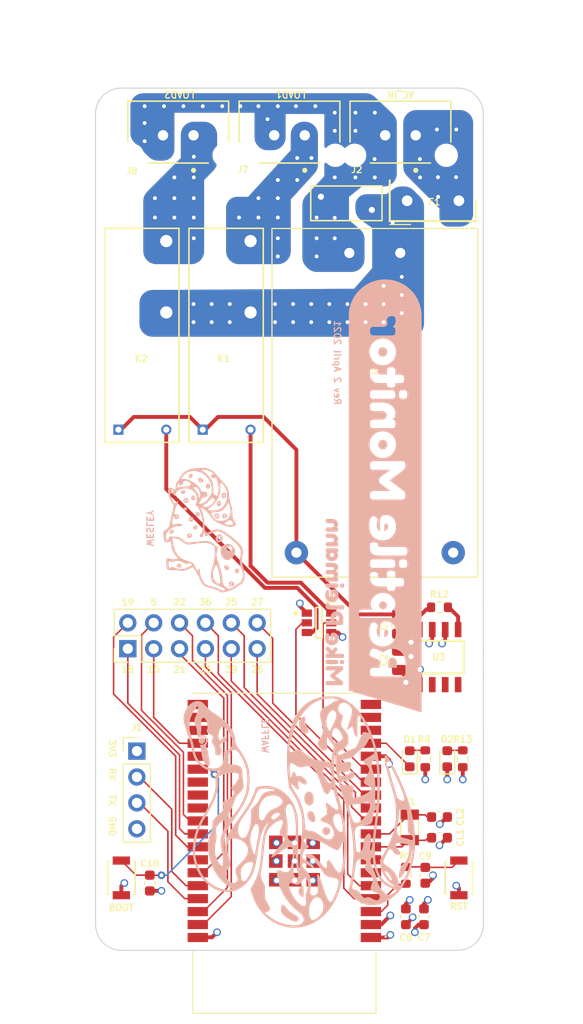
<source format=kicad_pcb>
(kicad_pcb (version 20210424) (generator pcbnew)
  (title_block (rev "1"))
  (layers (0 "F.Cu" signal "Front") (1 "In1.Cu" power "GND.Cu") (2 "In2.Cu" power "PWR.Cu") (31 "B.Cu" signal "Back") (34 "B.Paste" user) (35 "F.Paste" user) (36 "B.SilkS" user "B.Silkscreen") (37 "F.SilkS" user "F.Silkscreen") (38 "B.Mask" user) (39 "F.Mask" user) (44 "Edge.Cuts" user))
  (net 0 "")
  (net 1 "GND")
  (net 2 "/EN")
  (net 3 "Net-(CL1-Pad1)")
  (net 4 "+3V3")
  (net 5 "/IO0")
  (net 6 "+5V")
  (net 7 "Net-(D1-Pad2)")
  (net 9 "/AC_N")
  (net 10 "/AC_L")
  (net 11 "/TXD0")
  (net 12 "/RXD0")
  (net 13 "/FUSED_AC_L")
  (net 14 "/IO12")
  (net 15 "Net-(CL2-Pad1)")
  (net 16 "/IO13")
  (net 17 "/IO39")
  (net 18 "/IO14")
  (net 19 "/RLY1")
  (net 20 "/RLY2")
  (net 21 "Net-(D2-Pad2)")
  (net 22 "/LOAD1")
  (net 23 "/LOAD2")
  (net 24 "/IO23")
  (net 25 "/IO22")
  (net 26 "/IO21")
  (net 27 "Net-(C9-Pad1)")
  (net 28 "/IO19")
  (net 29 "/IO18")
  (net 30 "/IO5")
  (net 31 "/IO15")
  (net 32 "/IO27")
  (net 33 "/IO26")
  (net 34 "/IO25")
  (net 35 "/IO36")
  (net 43 "/IO2")
  (net 48 "/PWR_EN")
  (footprint "MountingHole:MountingHole_2.2mm_M2" (layer "F.Cu") (at 133.858 116.84)
    (fp_text reference "REF2" hide)
    (fp_text value "MountingHole_2.2mm_M2" hide)
  )
  (footprint "LED_SMD:LED_0603_1608Metric" (layer "F.Cu") (at 162.179 100.584 90)
    (fp_text reference "D1")
    (fp_text value "LED")
  )
  (footprint "LED_SMD:LED_0603_1608Metric" (layer "F.Cu") (at 165.862 100.584 90)
    (fp_text reference "D2")
    (fp_text value "LED")
  )
  (footprint "SamacSys_Parts:ESP32WROVEREM213EH6464PH3Q0" (layer "F.Cu") (at 149.863988 109.855 180)
    (fp_text reference "IC1" hide)
    (fp_text value "ESP32-WROVER-E_M213EH6464PH3Q0_" hide)
  )
  (footprint "reptile-monitor:Molex-43650-0215-0-0-MFG" (layer "F.Cu") (at 150.368 39.116)
    (fp_text reference "J7")
    (fp_text value "LOAD1")
  )
  (footprint "Capacitor_SMD:C_0805_2012Metric" (layer "F.Cu") (at 161.163 87.376 -90)
    (fp_text reference "C1")
    (fp_text value "1u")
  )
  (footprint "Converter_ACDC:Converter_ACDC_HiLink_HLK-PMxx" (layer "F.Cu") (at 161.25 50.9695 -90)
    (fp_text reference "PS1")
    (fp_text value "HLK-PM01")
  )
  (footprint "Connector_PinHeader_2.54mm:PinHeader_1x04_P2.54mm_Vertical" (layer "F.Cu") (at 135.382 99.832)
    (fp_text reference "J1")
    (fp_text value "UART")
  )
  (footprint "Capacitor_SMD:C_0603_1608Metric" (layer "F.Cu") (at 165.1 108.331)
    (fp_text reference "CL1")
    (fp_text value "20p")
  )
  (footprint "Capacitor_SMD:C_0603_1608Metric" (layer "F.Cu") (at 161.798 116.078 -90)
    (fp_text reference "C8")
    (fp_text value "22u")
  )
  (footprint "reptile-monitor:Omron-B3U-1000P-MFG" (layer "F.Cu") (at 133.858 112.268 -90)
    (fp_text reference "SW2" hide)
    (fp_text value "BOOT")
  )
  (footprint "Capacitor_SMD:C_0603_1608Metric" (layer "F.Cu") (at 136.652 112.776 -90)
    (fp_text reference "C10")
    (fp_text value "0.1u")
  )
  (footprint "Resistor_SMD:R_0603_1608Metric" (layer "F.Cu") (at 163.703 100.584 -90)
    (fp_text reference "R8")
    (fp_text value "100r")
  )
  (footprint "MountingHole:MountingHole_2.2mm_M2" (layer "F.Cu") (at 166.37 55.118)
    (fp_text reference "REF1" hide)
    (fp_text value "MountingHole_2.2mm_M2" hide)
  )
  (footprint "reptile-monitor:Omron-B3U-1000P-MFG" (layer "F.Cu") (at 167.005 112.268 -90)
    (fp_text reference "SW1" hide)
    (fp_text value "RST")
  )
  (footprint "Resistor_SMD:R_0603_1608Metric" (layer "F.Cu") (at 161.798 112.014 90)
    (fp_text reference "R1")
    (fp_text value "10k")
  )
  (footprint "Resistor_SMD:R_0603_1608Metric" (layer "F.Cu") (at 165.1 85.725 180)
    (fp_text reference "R12")
    (fp_text value "10k")
  )
  (footprint "reptile-monitor:Panasonic-ALDP105W-Manufacturer_Recommended" (layer "F.Cu") (at 141.845 68.304999 90)
    (fp_text reference "K1")
    (fp_text value "ALDP105W" hide)
  )
  (footprint "MountingHole:MountingHole_2.2mm_M2" (layer "F.Cu") (at 133.858 44.958)
    (fp_text reference "REF1" hide)
    (fp_text value "MountingHole_2.2mm_M2" hide)
  )
  (footprint "Capacitor_SMD:C_0805_2012Metric" (layer "F.Cu") (at 161.163 90.932 -90)
    (fp_text reference "C2")
    (fp_text value "1u")
  )
  (footprint "SamacSys_Parts:TO508P400X850X850-2P" (layer "F.Cu") (at 167.005 45.847 180)
    (fp_text reference "F1")
    (fp_text value "39215000000" hide)
  )
  (footprint "Capacitor_SMD:C_0603_1608Metric" (layer "F.Cu") (at 163.576 116.078 -90)
    (fp_text reference "C7")
    (fp_text value "0.1u")
  )
  (footprint "MountingHole:MountingHole_2.2mm_M2" (layer "F.Cu") (at 166.878 116.84)
    (fp_text reference "REF3" hide)
    (fp_text value "MountingHole_2.2mm_M2" hide)
  )
  (footprint "reptile-monitor:ON_Semi-318F-0-0-0" (layer "F.Cu") (at 153.270509 87.249)
    (fp_text reference "U1")
    (fp_text value "NUD3105DMT1G")
  )
  (footprint "Varistor:RV_Disc_D7mm_W3.4mm_P5mm" (layer "F.Cu") (at 153.456 45.451)
    (fp_text reference "RV1" hide)
    (fp_text value "Varistor")
  )
  (footprint "Capacitor_SMD:C_0603_1608Metric" (layer "F.Cu") (at 163.703 112.014 -90)
    (fp_text reference "C9")
    (fp_text value "0.1u")
  )
  (footprint "Connector_PinHeader_2.54mm:PinHeader_2x06_P2.54mm_Vertical" (layer "F.Cu") (at 134.493 89.789 90)
    (fp_text reference "J3" hide)
    (fp_text value "Conn_01x08" hide)
  )
  (footprint "reptile-monitor:Crystal_SMD_3215-2Pin_3.2x1.5mm" (layer "F.Cu") (at 162.179 107.315 90)
    (fp_text reference "Y1")
    (fp_text value "32.768KHz 12.5p")
  )
  (footprint "reptile-monitor:Panasonic-ALDP105W-Manufacturer_Recommended" (layer "F.Cu") (at 133.57 68.304999 90)
    (fp_text reference "K2")
    (fp_text value "ALDP105W" hide)
  )
  (footprint "reptile-monitor:Molex-43650-0215-0-0-MFG" (layer "F.Cu") (at 139.446 39.116)
    (fp_text reference "J8")
    (fp_text value "LOAD2")
  )
  (footprint "Capacitor_SMD:C_0603_1608Metric" (layer "F.Cu") (at 165.1 106.299)
    (fp_text reference "CL2")
    (fp_text value "20p")
  )
  (footprint "reptile-monitor:Molex-43650-0215-0-0-MFG" (layer "F.Cu") (at 161.266 39.116)
    (fp_text reference "J2")
    (fp_text value "AC_IN")
  )
  (footprint "SamacSys_Parts:SOIC127P600X170-8N" (layer "F.Cu") (at 165.024994 90.615008 90)
    (fp_text reference "U3")
    (fp_text value "AP2112K-3.3")
  )
  (footprint "Resistor_SMD:R_0603_1608Metric" (layer "F.Cu") (at 167.386 100.584 90)
    (fp_text reference "R13")
    (fp_text value "100r")
  )
  (footprint "LOGO" (layer "B.Cu") (at 141.986 78.105 90)
    (fp_text reference "WESLEY")
    (fp_text value "LOGO" hide)
  )
  (footprint "LOGO" (layer "B.Cu") (at 151.257 105.664 90)
    (fp_text reference "WAFFLE")
    (fp_text value "LOGO" hide)
  )
  (footprint "svg2mod" (layer "B.Cu") (at 159.766 74.803 90)
    (fp_text reference "svg2mod" hide)
    (fp_text value "G***" hide)
  )
  (footprint "svg2mod" (layer "B.Cu") (at 154.813 85.217 90)
    (fp_text reference "svg2mod" hide)
    (fp_text value "G***" hide)
  )
  (gr_arc (start 166.870949 116.835) (end 169.410949 116.835) (angle 90) (layer "Edge.Cuts") (width 0.1))
  (gr_arc (start 133.858 37.338) (end 133.858 34.798) (angle -90) (layer "Edge.Cuts") (width 0.1))
  (gr_line (start 169.410949 116.835) (end 169.399949 37.338) (layer "Edge.Cuts") (width 0.1))
  (gr_line (start 166.878 34.798) (end 133.858 34.798) (layer "Edge.Cuts") (width 0.1))
  (gr_arc (start 166.878 37.320013) (end 166.878 34.798) (angle 90.40863702) (layer "Edge.Cuts") (width 0.1))
  (gr_line (start 133.869 119.375) (end 166.870949 119.375) (layer "Edge.Cuts") (width 0.1))
  (gr_line (start 131.329 116.835) (end 131.318 37.338) (layer "Edge.Cuts") (width 0.1))
  (gr_arc (start 133.869 116.835) (end 133.869 119.375) (angle 90) (layer "Edge.Cuts") (width 0.1))
  (gr_text "Rev 2 April 2021" (at 155.067 61.722 270) (layer "B.SilkS") (effects (font (size 0.635 0.635) (thickness 0.127)) (justify mirror)))
  (gr_text "GND\n" (at 132.969 107.188 270) (layer "F.SilkS") (effects (font (size 0.635 0.635) (thickness 0.127))))
  (gr_text "18" (at 134.493 91.815996) (layer "F.SilkS") (effects (font (size 0.635 0.635) (thickness 0.127))))
  (gr_text "27" (at 147.193 85.211996) (layer "F.SilkS") (effects (font (size 0.635 0.635) (thickness 0.127))))
  (gr_text "39" (at 144.653 91.821) (layer "F.SilkS") (effects (font (size 0.635 0.635) (thickness 0.127))))
  (gr_text "3V3" (at 132.969 99.568 270) (layer "F.SilkS") (effects (font (size 0.635 0.635) (thickness 0.127))))
  (gr_text "26" (at 147.193 91.821) (layer "F.SilkS") (effects (font (size 0.635 0.635) (thickness 0.127))))
  (gr_text "RX" (at 132.969 102.108 270) (layer "F.SilkS") (effects (font (size 0.635 0.635) (thickness 0.127))))
  (gr_text "19" (at 134.493 85.211996) (layer "F.SilkS") (effects (font (size 0.635 0.635) (thickness 0.127))))
  (gr_text "5" (at 137.033 85.211996) (layer "F.SilkS") (effects (font (size 0.635 0.635) (thickness 0.127))))
  (gr_text "22" (at 139.573 85.211996) (layer "F.SilkS") (effects (font (size 0.635 0.635) (thickness 0.127))))
  (gr_text "15" (at 137.033 91.815996) (layer "F.SilkS") (effects (font (size 0.635 0.635) (thickness 0.127))))
  (gr_text "21" (at 139.573 91.815996) (layer "F.SilkS") (effects (font (size 0.635 0.635) (thickness 0.127))))
  (gr_text "23" (at 142.113 91.815996) (layer "F.SilkS") (effects (font (size 0.635 0.635) (thickness 0.127))))
  (gr_text "TX" (at 132.969 104.648 270) (layer "F.SilkS") (effects (font (size 0.635 0.635) (thickness 0.127))))
  (gr_text "25" (at 144.653 85.211996) (layer "F.SilkS") (effects (font (size 0.635 0.635) (thickness 0.127))))
  (gr_text "36" (at 142.113 85.211996) (layer "F.SilkS") (effects (font (size 0.635 0.635) (thickness 0.127))))
  (segment (start 164.465 112.281) (end 163.957 112.789) (width 0.381) (layer "F.Cu") (net 1))
  (segment (start 142.762 118.096) (end 141.246 118.096) (width 0.381) (layer "F.Cu") (net 1))
  (segment (start 161.163 88.326) (end 161.478 88.326) (width 0.381) (layer "F.Cu") (net 1))
  (segment (start 143.256 117.602) (end 142.762 118.096) (width 0.381) (layer "F.Cu") (net 1))
  (segment (start 165.129401 107.001227) (end 165.831628 106.299) (width 0.381) (layer "F.Cu") (net 1))
  (segment (start 133.858 113.068) (end 133.858 113.968) (width 0.381) (layer "F.Cu") (net 1))
  (segment (start 160.015 118.115) (end 158.363988 118.115) (width 0.381) (layer "F.Cu") (net 1))
  (segment (start 159.114608 100.335) (end 158.363988 100.335) (width 0.381) (layer "F.Cu") (net 1))
  (segment (start 154.4705 88.199) (end 155.128 88.199) (width 0.381) (layer "F.Cu") (net 1))
  (segment (start 162.687 117.602) (end 162.687 117.221) (width 0.381) (layer "F.Cu") (net 1))
  (segment (start 159.766 100.33) (end 159.761 100.335) (width 0.381) (layer "F.Cu") (net 1))
  (segment (start 162.463944 116.131745) (end 162.463944 116.187056) (width 0.381) (layer "F.Cu") (net 1))
  (segment (start 165.831628 106.299) (end 166.05 106.299) (width 0.381) (layer "F.Cu") (net 1))
  (segment (start 165.354 89.281) (end 165.66 88.975) (width 0.381) (layer "F.Cu") (net 1))
  (segment (start 161.163 89.982) (end 161.737 89.982) (width 0.381) (layer "F.Cu") (net 1))
  (segment (start 164.39 88.975) (end 164.39 87.915) (width 0.381) (layer "F.Cu") (net 1))
  (segment (start 136.665 113.538) (end 136.652 113.551) (width 0.381) (layer "F.Cu") (net 1))
  (segment (start 165.862 101.3715) (end 165.862 102.616) (width 0.381) (layer "F.Cu") (net 1))
  (segment (start 161.478 88.326) (end 162.306 89.154) (width 0.381) (layer "F.Cu") (net 1))
  (segment (start 160.147 100.711) (end 159.766 100.33) (width 0.381) (layer "F.Cu") (net 1))
  (segment (start 162.687 117.221) (end 163.055 116.853) (width 0.381) (layer "F.Cu") (net 1))
  (segment (start 151.384 85.6125) (end 152.0705 86.299) (width 0.381) (layer "F.Cu") (net 1))
  (segment (start 151.384 85.344) (end 151.384 85.6125) (width 0.381) (layer "F.Cu") (net 1))
  (segment (start 165.840697 108.331) (end 166.05 108.331) (width 0.381) (layer "F.Cu") (net 1))
  (segment (start 134.15 112.776) (end 133.858 113.068) (width 0.381) (layer "F.Cu") (net 1))
  (segment (start 165.66 88.975) (end 165.66 87.915) (width 0.381) (layer "F.Cu") (net 1))
  (segment (start 155.128 88.199) (end 155.575 88.646) (width 0.381) (layer "F.Cu") (net 1))
  (segment (start 164.084 89.281) (end 164.39 88.975) (width 0.381) (layer "F.Cu") (net 1))
  (segment (start 163.703 101.409) (end 163.703 102.616) (width 0.381) (layer "F.Cu") (net 1))
  (segment (start 160.274 117.856) (end 160.015 118.115) (width 0.381) (layer "F.Cu") (net 1))
  (segment (start 159.761 100.335) (end 158.363988 100.335) (width 0.381) (layer "F.Cu") (net 1))
  (segment (start 160.147 101.092) (end 160.147 100.711) (width 0.381) (layer "F.Cu") (net 1))
  (segment (start 164.465 112.015569) (end 164.465 112.281) (width 0.381) (layer "F.Cu") (net 1))
  (segment (start 161.737 89.982) (end 162.306 90.551) (width 0.381) (layer "F.Cu") (net 1))
  (segment (start 166.751 113.03) (end 167.005 113.284) (width 0.381) (layer "F.Cu") (net 1))
  (segment (start 162.463944 116.187056) (end 161.798 116.853) (width 0.381) (layer "F.Cu") (net 1))
  (segment (start 167.005 113.284) (end 167.005 113.968) (width 0.381) (layer "F.Cu") (net 1))
  (segment (start 165.098973 109.072724) (end 165.840697 108.331) (width 0.381) (layer "F.Cu") (net 1))
  (segment (start 137.795 113.538) (end 136.665 113.538) (width 0.381) (layer "F.Cu") (net 1))
  (via (at 152.654 110.617) (size 0.762) (drill 0.508) (layers "F.Cu" "B.Cu") (net 1))
  (via (at 143.256 117.602) (size 0.762) (drill 0.508) (layers "F.Cu" "B.Cu") (net 1))
  (via (at 155.575 88.646) (size 0.762) (drill 0.508) (layers "F.Cu" "B.Cu") (net 1))
  (via (at 152.654 108.839) (size 0.762) (drill 0.508) (layers "F.Cu" "B.Cu") (net 1))
  (via (at 150.876 108.839) (size 0.762) (drill 0.508) (layers "F.Cu" "B.Cu") (net 1))
  (via (at 165.129401 107.001227) (size 0.762) (drill 0.508) (layers "F.Cu" "B.Cu") (net 1))
  (via (at 163.703 102.616) (size 0.762) (drill 0.508) (layers "F.Cu" "B.Cu") (net 1))
  (via (at 164.084 89.281) (size 0.762) (drill 0.508) (layers "F.Cu" "B.Cu") (net 1))
  (via (at 162.687 117.602) (size 0.762) (drill 0.508) (layers "F.Cu" "B.Cu") (net 1))
  (via (at 162.306 89.154) (size 0.762) (drill 0.508) (layers "F.Cu" "B.Cu") (net 1))
  (via (at 149.098 112.522) (size 0.762) (drill 0.508) (layers "F.Cu" "B.Cu") (net 1))
  (via (at 151.384 85.344) (size 0.762) (drill 0.508) (layers "F.Cu" "B.Cu") (net 1))
  (via (at 152.654 112.522) (size 0.762) (drill 0.508) (layers "F.Cu" "B.Cu") (net 1))
  (via (at 162.306 90.551) (size 0.762) (drill 0.508) (layers "F.Cu" "B.Cu") (net 1))
  (via (at 160.147 101.092) (size 0.762) (drill 0.508) (layers "F.Cu" "B.Cu") (net 1))
  (via (at 149.098 110.617) (size 0.762) (drill 0.508) (layers "F.Cu" "B.Cu") (net 1))
  (via (at 137.795 113.538) (size 0.762) (drill 0.508) (layers "F.Cu" "B.Cu") (net 1))
  (via (at 134.15 112.776) (size 0.762) (drill 0.508) (layers "F.Cu" "B.Cu") (net 1))
  (via (at 162.463944 116.131745) (size 0.762) (drill 0.508) (layers "F.Cu" "B.Cu") (net 1))
  (via (at 150.876 110.617) (size 0.762) (drill 0.508) (layers "F.Cu" "B.Cu") (net 1))
  (via (at 164.465 112.015569) (size 0.762) (drill 0.508) (layers "F.Cu" "B.Cu") (net 1))
  (via (at 165.862 102.616) (size 0.762) (drill 0.508) (layers "F.Cu" "B.Cu") (net 1))
  (via (at 165.354 89.281) (size 0.762) (drill 0.508) (layers "F.Cu" "B.Cu") (net 1))
  (via (at 166.751 113.03) (size 0.762) (drill 0.508) (layers "F.Cu" "B.Cu") (net 1))
  (via (at 150.876 112.522) (size 0.762) (drill 0.508) (layers "F.Cu" "B.Cu") (net 1))
  (via (at 160.274 117.856) (size 0.762) (drill 0.508) (layers "F.Cu" "B.Cu") (net 1))
  (via (at 165.098973 109.072724) (size 0.762) (drill 0.508) (layers "F.Cu" "B.Cu") (net 1))
  (via (at 149.098 108.839) (size 0.762) (drill 0.508) (layers "F.Cu" "B.Cu") (net 1))
  (segment (start 161.798 112.9265) (end 161.0125 112.9265) (width 0.1524) (layer "F.Cu") (net 2))
  (segment (start 160.02 113.919) (end 160.02 114.935) (width 0.1524) (layer "F.Cu") (net 2))
  (segment (start 161.0125 112.9265) (end 160.02 113.919) (width 0.1524) (layer "F.Cu") (net 2))
  (segment (start 160.02 114.935) (end 159.38 115.575) (width 0.1524) (layer "F.Cu") (net 2))
  (segment (start 159.38 115.575) (end 158.363988 115.575) (width 0.1524) (layer "F.Cu") (net 2))
  (segment (start 162.052 108.585) (end 163.73 108.585) (width 0.1524) (layer "F.Cu") (net 3))
  (segment (start 161.412 109.225) (end 162.052 108.585) (width 0.1524) (layer "F.Cu") (net 3))
  (segment (start 158.363988 109.225) (end 161.412 109.225) (width 0.1524) (layer "F.Cu") (net 3))
  (segment (start 163.73 108.585) (end 164.071 108.244) (width 0.1524) (layer "F.Cu") (net 3))
  (segment (start 162.393 108.244) (end 162.052 108.585) (width 0.1524) (layer "F.Cu") (net 3))
  (segment (start 163.576 114.808) (end 163.576 115.303) (width 0.381) (layer "F.Cu") (net 4))
  (segment (start 162.179 114.427) (end 161.798 114.808) (width 0.381) (layer "F.Cu") (net 4))
  (segment (start 160.274 115.951) (end 159.38 116.845) (width 0.381) (layer "F.Cu") (net 4))
  (segment (start 161.798 114.808) (end 161.798 115.303) (width 0.381) (layer "F.Cu") (net 4))
  (segment (start 161.798 92.517) (end 161.163 91.882) (width 0.381) (layer "F.Cu") (net 4))
  (segment (start 167.386 101.409) (end 167.386 102.616) (width 0.381) (layer "F.Cu") (net 4))
  (segment (start 161.798 93.091) (end 161.798 92.517) (width 0.381) (layer "F.Cu") (net 4))
  (segment (start 159.38 116.845) (end 158.363988 116.845) (width 0.381) (layer "F.Cu") (net 4))
  (segment (start 163.195 91.821) (end 163.195 93.240002) (width 0.381) (layer "F.Cu") (net 4))
  (segment (start 163.957 114.427) (end 163.576 114.808) (width 0.381) (layer "F.Cu") (net 4))
  (segment (start 163.195 93.240002) (end 163.119994 93.315008) (width 0.381) (layer "F.Cu") (net 4))
  (via (at 161.798 93.091) (size 0.762) (drill 0.508) (layers "F.Cu" "B.Cu") (net 4))
  (via (at 162.179 114.427) (size 0.762) (drill 0.508) (layers "F.Cu" "B.Cu") (net 4))
  (via (at 160.274 115.951) (size 0.762) (drill 0.508) (layers "F.Cu" "B.Cu") (net 4))
  (via (at 163.957 114.427) (size 0.762) (drill 0.508) (layers "F.Cu" "B.Cu") (net 4))
  (via (at 167.386 102.616) (size 0.762) (drill 0.508) (layers "F.Cu" "B.Cu") (net 4))
  (via (at 163.195 91.821) (size 0.762) (drill 0.508) (layers "F.Cu" "B.Cu") (net 4))
  (segment (start 143.002 102.108) (end 142.499 101.605) (width 0.1524) (layer "F.Cu") (net 5))
  (segment (start 136.652 112.001) (end 135.291 112.001) (width 0.1524) (layer "F.Cu") (net 5))
  (segment (start 137.795 112.014) (end 136.665 112.014) (width 0.1524) (layer "F.Cu") (net 5))
  (segment (start 142.499 101.605) (end 141.364 101.605) (width 0.1524) (layer "F.Cu") (net 5))
  (segment (start 135.291 112.001) (end 133.858 110.568) (width 0.1524) (layer "F.Cu") (net 5))
  (segment (start 136.665 112.014) (end 136.652 112.001) (width 0.1524) (layer "F.Cu") (net 5))
  (via (at 143.002 102.108) (size 0.762) (drill 0.381) (layers "F.Cu" "B.Cu") (net 5))
  (via (at 137.795 112.014) (size 0.762) (drill 0.381) (layers "F.Cu" "B.Cu") (net 5))
  (segment (start 138.303 112.014) (end 137.795 112.014) (width 0.1524) (layer "B.Cu") (net 5))
  (segment (start 143.002 102.108) (end 143.383 102.489) (width 0.1524) (layer "B.Cu") (net 5))
  (segment (start 143.383 106.934) (end 138.303 112.014) (width 0.1524) (layer "B.Cu") (net 5))
  (segment (start 143.383 102.489) (end 143.383 106.934) (width 0.1524) (layer "B.Cu") (net 5))
  (segment (start 151.05 70.278) (end 147.828 67.056) (width 0.381) (layer "F.Cu") (net 6))
  (segment (start 163.119994 87.915008) (end 163.119994 87.070006) (width 0.381) (layer "F.Cu") (net 6))
  (segment (start 141.845 68.312) (end 140.589 67.056) (width 0.381) (layer "F.Cu") (net 6))
  (segment (start 163.119994 86.623006) (end 163.83 85.913) (width 0.381) (layer "F.Cu") (net 6))
  (segment (start 163.119994 87.070006) (end 163.119994 86.623006) (width 0.381) (layer "F.Cu") (net 6))
  (segment (start 162.475988 86.426) (end 163.119994 87.070006) (width 0.381) (layer "F.Cu") (net 6))
  (segment (start 143.347999 67.056) (end 141.845 68.558999) (width 0.381) (layer "F.Cu") (net 6))
  (segment (start 157.1065 86.426) (end 151.05 80.3695) (width 0.381) (layer "F.Cu") (net 6))
  (segment (start 141.845 68.558999) (end 141.845 68.312) (width 0.381) (layer "F.Cu") (net 6))
  (segment (start 161.163 86.426) (end 157.1065 86.426) (width 0.381) (layer "F.Cu") (net 6))
  (segment (start 161.163 86.426) (end 162.475988 86.426) (width 0.381) (layer "F.Cu") (net 6))
  (segment (start 147.828 67.056) (end 143.347999 67.056) (width 0.381) (layer "F.Cu") (net 6))
  (segment (start 140.589 67.056) (end 135.072999 67.056) (width 0.381) (layer "F.Cu") (net 6))
  (segment (start 135.072999 67.056) (end 133.57 68.558999) (width 0.381) (layer "F.Cu") (net 6))
  (segment (start 151.05 80.3695) (end 151.05 70.278) (width 0.381) (layer "F.Cu") (net 6))
  (segment (start 162.2165 99.759) (end 162.179 99.7965) (width 0.1524) (layer "F.Cu") (net 7))
  (segment (start 163.703 99.759) (end 162.2165 99.759) (width 0.1524) (layer "F.Cu") (net 7))
  (via (at 136.144 40.005) (size 0.762) (drill 0.381) (layers "F.Cu" "B.Cu") (net 9))
  (via (at 136.144 36.576) (size 0.762) (drill 0.381) (layers "F.Cu" "B.Cu") (net 9))
  (via (at 143.764 36.576) (size 0.762) (drill 0.381) (layers "F.Cu" "B.Cu") (net 9))
  (via (at 136.144 38.227) (size 0.762) (drill 0.381) (layers "F.Cu" "B.Cu") (net 9))
  (via (at 148.209 37.846) (size 0.762) (drill 0.381) (layers "F.Cu" "B.Cu") (net 9))
  (via (at 158.75 43.561) (size 0.762) (drill 0.381) (layers "F.Cu" "B.Cu") (net 9))
  (via (at 154.813 49.53) (size 0.762) (drill 0.381) (layers "F.Cu" "B.Cu") (net 9))
  (via (at 153.035 47.498) (size 0.762) (drill 0.381) (layers "F.Cu" "B.Cu") (net 9))
  (via (at 141.859 36.576) (size 0.762) (drill 0.381) (layers "F.Cu" "B.Cu") (net 9))
  (via (at 139.954 36.576) (size 0.762) (drill 0.381) (layers "F.Cu" "B.Cu") (net 9))
  (via (at 156.845 43.561) (size 0.762) (drill 0.381) (layers "F.Cu" "B.Cu") (net 9))
  (via (at 149.225 36.576) (size 0.762) (drill 0.381) (layers "F.Cu" "B.Cu") (net 9))
  (via (at 156.845 37.211) (size 0.762) (drill 0.381) (layers "F.Cu" "B.Cu") (net 9))
  (via (at 158.727 41.76) (size 0.762) (drill 0.381) (layers "F.Cu" "B.Cu") (net 9))
  (via (at 158.75 37.211) (size 0.762) (drill 0.381) (layers "F.Cu" "B.Cu") (net 9))
  (via (at 154.813 37.211) (size 0.762) (drill 0.381) (layers "F.Cu" "B.Cu") (net 9))
  (via (at 153.035 49.53) (size 0.762) (drill 0.381) (layers "F.Cu" "B.Cu") (net 9))
  (via (at 154.813 38.989) (size 0.762) (drill 0.381) (layers "F.Cu" "B.Cu") (net 9))
  (via (at 151.003 36.576) (size 0.762) (drill 0.381) (layers "F.Cu" "B.Cu") (net 9))
  (via (at 145.542 36.576) (size 0.762) (drill 0.381) (layers "F.Cu" "B.Cu") (net 9))
  (via (at 153.035 51.308) (size 0.762) (drill 0.381) (layers "F.Cu" "B.Cu") (net 9))
  (via (at 147.32 36.576) (size 0.762) (drill 0.381) (layers "F.Cu" "B.Cu") (net 9))
  (via (at 154.813 47.521) (size 0.762) (drill 0.381) (layers "F.Cu" "B.Cu") (net 9))
  (via (at 154.813 43.561) (size 0.762) (drill 0.381) (layers "F.Cu" "B.Cu") (net 9))
  (via (at 138.049 36.576) (size 0.762) (drill 0.381) (layers "F.Cu" "B.Cu") (net 9))
  (via (at 152.908 36.576) (size 0.762) (drill 0.381) (layers "F.Cu" "B.Cu") (net 9))
  (via (at 156.845 38.989) (size 0.762) (drill 0.381) (layers "F.Cu" "B.Cu") (net 9))
  (via (at 166.751 38.862) (size 0.762) (drill 0.381) (layers "F.Cu" "B.Cu") (net 10))
  (via (at 166.728 43.538) (size 0.762) (drill 0.381) (layers "F.Cu" "B.Cu") (net 10))
  (via (at 164.973 45.466) (size 0.762) (drill 0.381) (layers "F.Cu" "B.Cu") (net 10))
  (via (at 163.195 43.561) (size 0.762) (drill 0.381) (layers "F.Cu" "B.Cu") (net 10))
  (via (at 164.846 38.862) (size 0.762) (drill 0.381) (layers "F.Cu" "B.Cu") (net 10))
  (via (at 163.172 41.76) (size 0.762) (drill 0.381) (layers "F.Cu" "B.Cu") (net 10))
  (via (at 164.95 43.538) (size 0.762) (drill 0.381) (layers "F.Cu" "B.Cu") (net 10))
  (segment (start 141.364 114.305) (end 140.086 114.305) (width 0.1524) (layer "F.Cu") (net 11))
  (segment (start 140.086 114.305) (end 138.43 112.649) (width 0.1524) (layer "F.Cu") (net 11))
  (segment (start 138.43 112.649) (end 138.43 107.696) (width 0.1524) (layer "F.Cu") (net 11))
  (segment (start 138.43 107.696) (end 135.382 104.648) (width 0.1524) (layer "F.Cu") (net 11))
  (segment (start 140.213 113.035) (end 138.811 111.633) (width 0.1524) (layer "F.Cu") (net 12))
  (segment (start 138.811 111.633) (end 138.811 105.537) (width 0.1524) (layer "F.Cu") (net 12))
  (segment (start 138.811 105.537) (end 135.382 102.108) (width 0.1524) (layer "F.Cu") (net 12))
  (segment (start 141.364 113.035) (end 140.213 113.035) (width 0.1524) (layer "F.Cu") (net 12))
  (via (at 150.726 55.984) (size 0.762) (drill 0.381) (layers "F.Cu" "B.Cu") (net 13))
  (via (at 156.06 57.762) (size 0.762) (drill 0.381) (layers "F.Cu" "B.Cu") (net 13))
  (via (at 144.503 55.984) (size 0.762) (drill 0.381) (layers "F.Cu" "B.Cu") (net 13))
  (via (at 161.394 53.317) (size 0.762) (drill 0.381) (layers "F.Cu" "B.Cu") (net 13))
  (via (at 156.06 55.984) (size 0.762) (drill 0.381) (layers "F.Cu" "B.Cu") (net 13))
  (via (at 152.504 57.762) (size 0.762) (drill 0.381) (layers "F.Cu" "B.Cu") (net 13))
  (via (at 159.616 55.984) (size 0.762) (drill 0.381) (layers "F.Cu" "B.Cu") (net 13))
  (via (at 140.947 55.984) (size 0.762) (drill 0.381) (layers "F.Cu" "B.Cu") (net 13))
  (via (at 154.282 57.762) (size 0.762) (drill 0.381) (layers "F.Cu" "B.Cu") (net 13))
  (via (at 161.394 56.873) (size 0.762) (drill 0.381) (layers "F.Cu" "B.Cu") (net 13))
  (via (at 154.282 55.984) (size 0.762) (drill 0.381) (layers "F.Cu" "B.Cu") (net 13))
  (via (at 160.505 47.983) (size 0.762) (drill 0.381) (layers "F.Cu" "B.Cu") (net 13))
  (via (at 161.394 55.095) (size 0.762) (drill 0.381) (layers "F.Cu" "B.Cu") (net 13))
  (via (at 148.948 57.762) (size 0.762) (drill 0.381) (layers "F.Cu" "B.Cu") (net 13))
  (via (at 140.947 57.762) (size 0.762) (drill 0.381) (layers "F.Cu" "B.Cu") (net 13))
  (via (at 157.838 57.762) (size 0.762) (drill 0.381) (layers "F.Cu" "B.Cu") (net 13))
  (via (at 142.725 57.762) (size 0.762) (drill 0.381) (layers "F.Cu" "B.Cu") (net 13))
  (via (at 148.948 55.984) (size 0.762) (drill 0.381) (layers "F.Cu" "B.Cu") (net 13))
  (via (at 152.504 55.984) (size 0.762) (drill 0.381) (layers "F.Cu" "B.Cu") (net 13))
  (via (at 144.503 57.762) (size 0.762) (drill 0.381) (layers "F.Cu" "B.Cu") (net 13))
  (via (at 159.616 57.762) (size 0.762) (drill 0.381) (layers "F.Cu" "B.Cu") (net 13))
  (via (at 159.616 54.206) (size 0.762) (drill 0.381) (layers "F.Cu" "B.Cu") (net 13))
  (via (at 157.838 55.984) (size 0.762) (drill 0.381) (layers "F.Cu" "B.Cu") (net 13))
  (via (at 150.726 57.762) (size 0.762) (drill 0.381) (layers "F.Cu" "B.Cu") (net 13))
  (via (at 142.725 55.984) (size 0.762) (drill 0.381) (layers "F.Cu" "B.Cu") (net 13))
  (segment (start 154.4705 87.249) (end 153.797 87.249) (width 0.1524) (layer "F.Cu") (net 14))
  (segment (start 157.693495 101.605) (end 158.364 101.605) (width 0.1524) (layer "F.Cu") (net 14))
  (segment (start 153.67 97.581505) (end 157.693495 101.605) (width 0.1524) (layer "F.Cu") (net 14))
  (segment (start 153.67 87.376) (end 153.67 97.581505) (width 0.1524) (layer "F.Cu") (net 14))
  (segment (start 153.797 87.249) (end 153.67 87.376) (width 0.1524) (layer "F.Cu") (net 14))
  (segment (start 160.182 107.955) (end 162.052 106.085) (width 0.1524) (layer "F.Cu") (net 15))
  (segment (start 162.052 106.085) (end 163.69 106.085) (width 0.1524) (layer "F.Cu") (net 15))
  (segment (start 163.69 106.085) (end 164.071 106.466) (width 0.1524) (layer "F.Cu") (net 15))
  (segment (start 158.363988 107.955) (end 160.182 107.955) (width 0.1524) (layer "F.Cu") (net 15))
  (segment (start 159.8725 99.065) (end 162.179 101.3715) (width 0.1524) (layer "F.Cu") (net 16))
  (segment (start 158.363988 99.065) (end 159.8725 99.065) (width 0.1524) (layer "F.Cu") (net 16))
  (segment (start 157.231 113.035) (end 158.364 113.035) (width 0.1524) (layer "F.Cu") (net 17))
  (segment (start 156.083 104.394) (end 156.083 111.887) (width 0.1524) (layer "F.Cu") (net 17))
  (segment (start 144.653 92.964) (end 156.083 104.394) (width 0.1524) (layer "F.Cu") (net 17))
  (segment (start 144.653 89.789) (end 144.653 92.964) (width 0.1524) (layer "F.Cu") (net 17))
  (segment (start 156.083 111.887) (end 157.231 113.035) (width 0.1524) (layer "F.Cu") (net 17))
  (segment (start 151.003 96.266) (end 151.003 87.884) (width 0.1524) (layer "F.Cu") (net 18))
  (segment (start 157.612 102.875) (end 151.003 96.266) (width 0.1524) (layer "F.Cu") (net 18))
  (segment (start 158.363988 102.875) (end 157.612 102.875) (width 0.1524) (layer "F.Cu") (net 18))
  (segment (start 151.638 87.249) (end 152.0705 87.249) (width 0.1524) (layer "F.Cu") (net 18))
  (segment (start 151.003 87.884) (end 151.638 87.249) (width 0.1524) (layer "F.Cu") (net 18))
  (segment (start 157.814 102.875) (end 158.364 102.875) (width 0.1524) (layer "F.Cu") (net 18))
  (segment (start 146.545001 81.648001) (end 148.209 83.312) (width 0.381) (layer "F.Cu") (net 19))
  (segment (start 151.4835 83.312) (end 154.4705 86.299) (width 0.381) (layer "F.Cu") (net 19))
  (segment (start 148.209 83.312) (end 151.4835 83.312) (width 0.381) (layer "F.Cu") (net 19))
  (segment (start 146.545001 68.558999) (end 146.545001 81.648001) (width 0.381) (layer "F.Cu") (net 19))
  (segment (start 146.545001 81.648001) (end 148.082 83.185) (width 0.381) (layer "F.Cu") (net 19))
  (segment (start 147.955 83.82) (end 138.270001 74.135001) (width 0.381) (layer "F.Cu") (net 20))
  (segment (start 151.13 83.82) (end 147.955 83.82) (width 0.381) (layer "F.Cu") (net 20))
  (segment (start 153.035 87.757) (end 153.035 85.725) (width 0.381) (layer "F.Cu") (net 20))
  (segment (start 152.0705 88.199) (end 152.593 88.199) (width 0.381) (layer "F.Cu") (net 20))
  (segment (start 138.270001 74.135001) (end 138.270001 68.558999) (width 0.381) (layer "F.Cu") (net 20))
  (segment (start 153.035 85.725) (end 151.13 83.82) (width 0.381) (layer "F.Cu") (net 20))
  (segment (start 152.593 88.199) (end 153.035 87.757) (width 0.381) (layer "F.Cu") (net 20))
  (segment (start 165.8995 99.759) (end 165.862 99.7965) (width 0.1524) (layer "F.Cu") (net 21))
  (segment (start 167.386 99.759) (end 165.8995 99.759) (width 0.1524) (layer "F.Cu") (net 21))
  (via (at 149.225 45.593) (size 0.762) (drill 0.381) (layers "F.Cu" "B.Cu") (net 22))
  (via (at 152.527 41.656) (size 0.762) (drill 0.381) (layers "F.Cu" "B.Cu") (net 22))
  (via (at 151.13 43.815) (size 0.762) (drill 0.381) (layers "F.Cu" "B.Cu") (net 22))
  (via (at 145.415 47.498) (size 0.762) (drill 0.381) (layers "F.Cu" "B.Cu") (net 22))
  (via (at 149.225 51.308) (size 0.762) (drill 0.381) (layers "F.Cu" "B.Cu") (net 22))
  (via (at 147.32 45.593) (size 0.762) (drill 0.381) (layers "F.Cu" "B.Cu") (net 22))
  (via (at 147.32 47.498) (size 0.762) (drill 0.381) (layers "F.Cu" "B.Cu") (net 22))
  (via (at 149.225 49.53) (size 0.762) (drill 0.381) (layers "F.Cu" "B.Cu") (net 22))
  (via (at 151.13 41.656) (size 0.762) (drill 0.381) (layers "F.Cu" "B.Cu") (net 22))
  (via (at 149.225 47.498) (size 0.762) (drill 0.381) (layers "F.Cu" "B.Cu") (net 22))
  (via (at 149.225 43.815) (size 0.762) (drill 0.381) (layers "F.Cu" "B.Cu") (net 22))
  (via (at 140.97 45.593) (size 0.762) (drill 0.381) (layers "F.Cu" "B.Cu") (net 23))
  (via (at 139.065 43.561) (size 0.762) (drill 0.381) (layers "F.Cu" "B.Cu") (net 23))
  (via (at 140.97 41.529) (size 0.762) (drill 0.381) (layers "F.Cu" "B.Cu") (net 23))
  (via (at 137.16 45.593) (size 0.762) (drill 0.381) (layers "F.Cu" "B.Cu") (net 23))
  (via (at 139.065 47.498) (size 0.762) (drill 0.381) (layers "F.Cu" "B.Cu") (net 23))
  (via (at 137.16 47.498) (size 0.762) (drill 0.381) (layers "F.Cu" "B.Cu") (net 23))
  (via (at 140.97 43.561) (size 0.762) (drill 0.381) (layers "F.Cu" "B.Cu") (net 23))
  (via (at 140.97 47.498) (size 0.762) (drill 0.381) (layers "F.Cu" "B.Cu") (net 23))
  (via (at 139.065 45.593) (size 0.762) (drill 0.381) (layers "F.Cu" "B.Cu") (net 23))
  (via (at 140.97 49.53) (size 0.762) (drill 0.381) (layers "F.Cu" "B.Cu") (net 23))
  (segment (start 141.914 116.845) (end 141.364 116.845) (width 0.1524) (layer "F.Cu") (net 24))
  (segment (start 144.653 94.107) (end 144.653 114.106) (width 0.1524) (layer "F.Cu") (net 24))
  (segment (start 142.113 89.789) (end 142.113 91.44) (width 0.1524) (layer "F.Cu") (net 24))
  (segment (start 142.113 91.44) (end 142.113 91.567) (width 0.1524) (layer "F.Cu") (net 24))
  (segment (start 142.113 91.567) (end 144.653 94.107) (width 0.1524) (layer "F.Cu") (net 24))
  (segment (start 144.653 114.106) (end 144.422951 114.336049) (width 0.1524) (layer "F.Cu") (net 24))
  (segment (start 144.422951 114.336049) (end 144.3655 114.3935) (width 0.1524) (layer "F.Cu") (net 24))
  (segment (start 144.422951 114.336049) (end 141.914 116.845) (width 0.1524) (layer "F.Cu") (net 24))
  (segment (start 144.272 113.217) (end 141.914 115.575) (width 0.1524) (layer "F.Cu") (net 25))
  (segment (start 139.573 87.249) (end 140.843 88.519) (width 0.1524) (layer "F.Cu") (net 25))
  (segment (start 141.914 115.575) (end 141.364 115.575) (width 0.1524) (layer "F.Cu") (net 25))
  (segment (start 140.843 88.519) (end 140.843 90.932) (width 0.1524) (layer "F.Cu") (net 25))
  (segment (start 140.843 90.932) (end 144.272 94.361) (width 0.1524) (layer "F.Cu") (net 25))
  (segment (start 144.272 94.361) (end 144.272 113.217) (width 0.1524) (layer "F.Cu") (net 25))
  (segment (start 139.573 90.297) (end 143.915911 94.639911) (width 0.1524) (layer "F.Cu") (net 26))
  (segment (start 143.915911 109.763089) (end 141.914 111.765) (width 0.1524) (layer "F.Cu") (net 26))
  (segment (start 141.914 111.765) (end 141.364 111.765) (width 0.1524) (layer "F.Cu") (net 26))
  (segment (start 143.915911 94.639911) (end 143.915911 109.763089) (width 0.1524) (layer "F.Cu") (net 26))
  (segment (start 139.573 89.789) (end 139.573 90.297) (width 0.1524) (layer "F.Cu") (net 26))
  (segment (start 162.306 111.189008) (end 163.906987 111.189008) (width 0.1524) (layer "F.Cu") (net 27))
  (segment (start 163.907 111.189) (end 163.957 111.239) (width 0.1524) (layer "F.Cu") (net 27))
  (segment (start 163.957 111.239) (end 166.334 111.239) (width 0.1524) (layer "F.Cu") (net 27))
  (segment (start 166.334 111.239) (end 167.005 110.568) (width 0.1524) (layer "F.Cu") (net 27))
  (segment (start 139.192 108.077) (end 140.34 109.225) (width 0.1524) (layer "F.Cu") (net 28))
  (segment (start 139.192 100.33) (end 139.192 108.077) (width 0.1524) (layer "F.Cu") (net 28))
  (segment (start 133.096 94.234) (end 139.192 100.33) (width 0.1524) (layer "F.Cu") (net 28))
  (segment (start 134.493 87.249) (end 133.096 88.646) (width 0.1524) (layer "F.Cu") (net 28))
  (segment (start 133.096 88.646) (end 133.096 94.234) (width 0.1524) (layer "F.Cu") (net 28))
  (segment (start 140.34 109.225) (end 141.364 109.225) (width 0.1524) (layer "F.Cu") (net 28))
  (segment (start 134.493 95.123) (end 139.573 100.203) (width 0.1524) (layer "F.Cu") (net 29))
  (segment (start 134.493 89.789) (end 134.493 95.123) (width 0.1524) (layer "F.Cu") (net 29))
  (segment (start 140.086 107.955) (end 141.364 107.955) (width 0.1524) (layer "F.Cu") (net 29))
  (segment (start 139.573 107.442) (end 140.086 107.955) (width 0.1524) (layer "F.Cu") (net 29))
  (segment (start 139.573 100.203) (end 139.573 107.442) (width 0.1524) (layer "F.Cu") (net 29))
  (segment (start 139.954 99.949) (end 135.839952 95.834952) (width 0.1524) (layer "F.Cu") (net 30))
  (segment (start 135.839952 95.834952) (end 135.839952 88.442048) (width 0.1524) (layer "F.Cu") (net 30))
  (segment (start 139.954 106.045) (end 139.954 99.949) (width 0.1524) (layer "F.Cu") (net 30))
  (segment (start 140.594 106.685) (end 139.954 106.045) (width 0.1524) (layer "F.Cu") (net 30))
  (segment (start 135.839952 88.442048) (end 137.033 87.249) (width 0.1524) (layer "F.Cu") (net 30))
  (segment (start 137.033 89.789) (end 137.033 96.52) (width 0.1524) (layer "F.Cu") (net 31))
  (segment (start 139.578 99.065) (end 141.364 99.065) (width 0.1524) (layer "F.Cu") (net 31))
  (segment (start 137.033 96.52) (end 139.578 99.065) (width 0.1524) (layer "F.Cu") (net 31))
  (segment (start 148.717 88.773) (end 148.717 95.123) (width 0.1524) (layer "F.Cu") (net 32))
  (segment (start 148.717 95.123) (end 157.739 104.145) (width 0.1524) (layer "F.Cu") (net 32))
  (segment (start 147.193 87.249) (end 148.717 88.773) (width 0.1524) (layer "F.Cu") (net 32))
  (segment (start 157.739 104.145) (end 158.364 104.145) (width 0.1524) (layer "F.Cu") (net 32))
  (segment (start 147.193 89.789) (end 147.193 94.234) (width 0.1524) (layer "F.Cu") (net 33))
  (segment (start 147.193 94.234) (end 156.845 103.886) (width 0.1524) (layer "F.Cu") (net 33))
  (segment (start 156.845 104.41802) (end 157.84198 105.415) (width 0.1524) (layer "F.Cu") (net 33))
  (segment (start 157.84198 105.415) (end 158.364 105.415) (width 0.1524) (layer "F.Cu") (net 33))
  (segment (start 156.845 103.886) (end 156.845 104.41802) (width 0.1524) (layer "F.Cu") (net 33))
  (segment (start 145.923 88.519) (end 145.923 93.599) (width 0.1524) (layer "F.Cu") (net 34))
  (segment (start 145.923 93.599) (end 156.464 104.14) (width 0.1524) (layer "F.Cu") (net 34))
  (segment (start 144.653 87.249) (end 145.923 88.519) (width 0.1524) (layer "F.Cu") (net 34))
  (segment (start 156.464 105.30702) (end 157.84198 106.685) (width 0.1524) (layer "F.Cu") (net 34))
  (segment (start 157.84198 106.685) (end 158.364 106.685) (width 0.1524) (layer "F.Cu") (net 34))
  (segment (start 156.464 104.14) (end 156.464 105.30702) (width 0.1524) (layer "F.Cu") (net 34))
  (segment (start 155.702 104.5845) (end 155.702 113.284) (width 0.1524) (layer "F.Cu") (net 35))
  (segment (start 143.383 92.2655) (end 155.702 104.5845) (width 0.1524) (layer "F.Cu") (net 35))
  (segment (start 143.383 88.519) (end 143.383 92.2655) (width 0.1524) (layer "F.Cu") (net 35))
  (segment (start 142.113 87.249) (end 143.383 88.519) (width 0.1524) (layer "F.Cu") (net 35))
  (segment (start 156.723 114.305) (end 158.364 114.305) (width 0.1524) (layer "F.Cu") (net 35))
  (segment (start 155.702 113.284) (end 156.723 114.305) (width 0.1524) (layer "F.Cu") (net 35))
  (segment (start 166.0125 85.725) (end 166.929994 86.642494) (width 0.381) (layer "F.Cu") (net 48))
  (segment (start 166.929994 86.642494) (end 166.929994 87.915008) (width 0.381) (layer "F.Cu") (net 48))
  (zone (net 10) (net_name "/AC_L") (layers "F.Cu" "In1.Cu" "In2.Cu" "B.Cu") (name "Fused AC Line") (connect_pads yes (clearance 0.508)) (min_thickness 0.254) (fill yes (thermal_gap 0.508) (thermal_bridge_width 0.508) (smoothing fillet) (radius 1.27))
    (polygon (pts (xy 168.402 48.387) (xy 165.1 48.387) (xy 165.1 46.609) (xy 161.544 43.053) (xy 161.544 36.957) (xy 168.402 36.957)))
  )
  (zone (net 13) (net_name "/FUSED_AC_L") (layers "F.Cu" "In1.Cu" "In2.Cu" "B.Cu") (name "Fused AC Line") (connect_pads yes (clearance 0.508)) (min_thickness 0.254) (fill yes (thermal_gap 0.508) (thermal_bridge_width 0.508) (smoothing fillet) (radius 1.27))
    (polygon (pts (xy 163.576 45.847) (xy 163.576 51.689) (xy 163.576 59.182) (xy 135.636 59.182) (xy 135.636 54.61) (xy 156.718 54.483) (xy 158.496 52.451) (xy 158.496 48.514) (xy 156.845 47.371) (xy 156.845 45.212) (xy 159.893 45.212) (xy 160.909 44.45) (xy 162.179 44.45)))
  )
  (zone (net 23) (net_name "/LOAD2") (layers "F.Cu" "In1.Cu" "In2.Cu" "B.Cu") (name "Load 1 Line") (connect_pads yes (clearance 0.508)) (min_thickness 0.254) (fill yes (thermal_gap 0.508) (thermal_bridge_width 0.508) (smoothing fillet) (radius 1.27))
    (polygon (pts (xy 143.256 42.545) (xy 141.986 43.815) (xy 141.986 52.07) (xy 136.017 52.07) (xy 136.017 45.339) (xy 139.7 41.656) (xy 139.7 38.1) (xy 143.256 38.1)))
  )
  (zone (net 9) (net_name "/AC_N") (layers "F.Cu" "In1.Cu" "In2.Cu" "B.Cu") (name "Fused AC Line") (connect_pads yes (clearance 0.508)) (min_thickness 0.254) (fill yes (thermal_gap 0.508) (thermal_bridge_width 0.508) (smoothing fillet) (radius 1.27))
    (polygon (pts (xy 160.909 37.719) (xy 160.909 44.45) (xy 157.48 44.45) (xy 156.21 45.466) (xy 156.21 47.752) (xy 157.734 49.022) (xy 157.734 52.832) (xy 152.527 52.832) (xy 151.638 51.943) (xy 151.638 45.72) (xy 153.797 43.434) (xy 153.797 37.338) (xy 149.987 37.338) (xy 149.987 40.894) (xy 146.939 40.894) (xy 146.939 37.211) (xy 139.065 37.211) (xy 139.065 41.91) (xy 136.906 41.91) (xy 134.747 39.751) (xy 134.747 35.306) (xy 158.369 35.306)))
  )
  (zone (net 22) (net_name "/LOAD1") (layers "F.Cu" "In1.Cu" "In2.Cu" "B.Cu") (name "Fused AC Line") (connect_pads yes (clearance 0.508)) (min_thickness 0.254) (fill yes (thermal_gap 0.508) (thermal_bridge_width 0.508) (smoothing fillet) (radius 1.27))
    (polygon (pts (xy 153.162 42.799) (xy 150.495 45.72) (xy 150.495 52.07) (xy 144.145 52.07) (xy 144.145 45.466) (xy 146.304 45.466) (xy 150.495 40.894) (xy 150.495 38.1) (xy 153.162 38.1)))
  )
)
</source>
